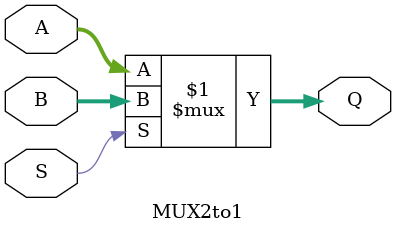
<source format=sv>
`timescale 1ns/1ps
module MUX2to1 (A, B, S, Q);
// IOs
  input  logic [31:0] A;        // First argument
  input  logic [31:0] B;        // Second argument
  input  logic        S;        // Select signal
  output logic [31:0] Q;        // Result of multiplexing
//////////////////////////////////////////////////////////////////////////////////////////////////////////////////////////////////////////////////////////////////////////////////////////////////// 
////// ARCHITECTURE
// Main combinational logic    
assign Q = S ? B : A;           // Sum of A and B
//////////////////////////////////////////////////////////////////////////////////////////////////////////////////////////////////////////////////////////////////////////////////////////////////// 
// END 
endmodule

</source>
